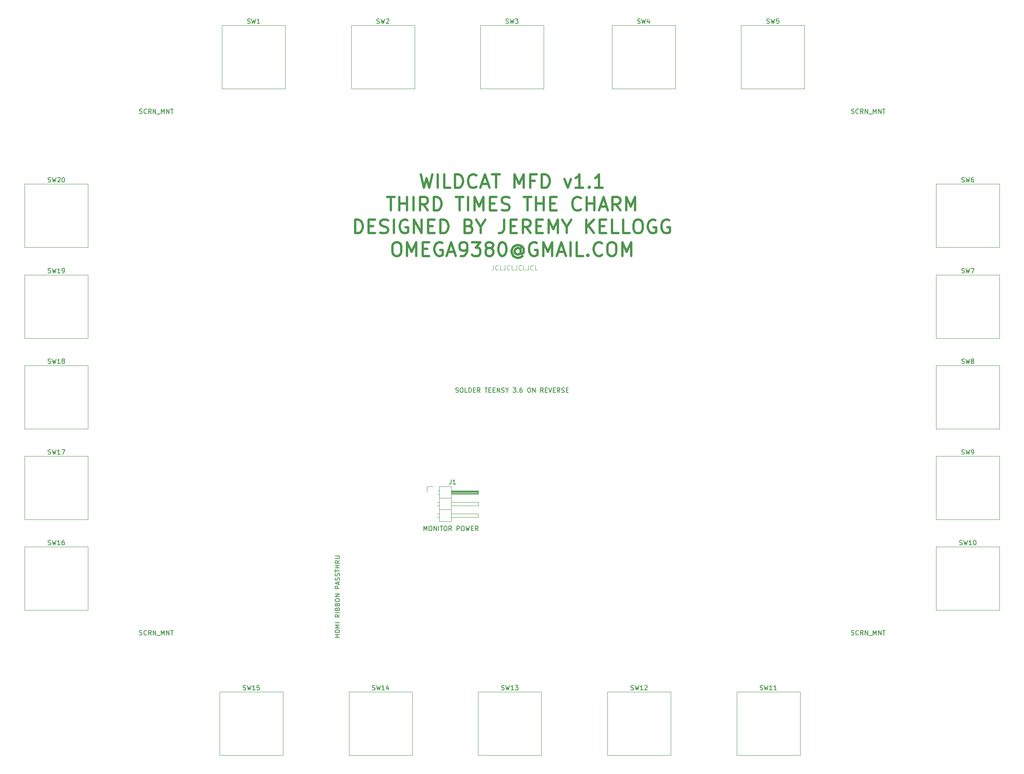
<source format=gbr>
%TF.GenerationSoftware,KiCad,Pcbnew,5.1.5+dfsg1-2build2*%
%TF.CreationDate,2021-04-29T06:58:31-04:00*%
%TF.ProjectId,wildcatmfd_kicad,77696c64-6361-4746-9d66-645f6b696361,rev?*%
%TF.SameCoordinates,Original*%
%TF.FileFunction,Legend,Top*%
%TF.FilePolarity,Positive*%
%FSLAX46Y46*%
G04 Gerber Fmt 4.6, Leading zero omitted, Abs format (unit mm)*
G04 Created by KiCad (PCBNEW 5.1.5+dfsg1-2build2) date 2021-04-29 06:58:31*
%MOMM*%
%LPD*%
G04 APERTURE LIST*
%ADD10C,0.100000*%
%ADD11C,0.500000*%
%ADD12C,0.150000*%
%ADD13C,0.120000*%
G04 APERTURE END LIST*
D10*
X108380952Y-57952380D02*
X108380952Y-58666666D01*
X108333333Y-58809523D01*
X108238095Y-58904761D01*
X108095238Y-58952380D01*
X108000000Y-58952380D01*
X109428571Y-58857142D02*
X109380952Y-58904761D01*
X109238095Y-58952380D01*
X109142857Y-58952380D01*
X109000000Y-58904761D01*
X108904761Y-58809523D01*
X108857142Y-58714285D01*
X108809523Y-58523809D01*
X108809523Y-58380952D01*
X108857142Y-58190476D01*
X108904761Y-58095238D01*
X109000000Y-58000000D01*
X109142857Y-57952380D01*
X109238095Y-57952380D01*
X109380952Y-58000000D01*
X109428571Y-58047619D01*
X110333333Y-58952380D02*
X109857142Y-58952380D01*
X109857142Y-57952380D01*
X110952380Y-57952380D02*
X110952380Y-58666666D01*
X110904761Y-58809523D01*
X110809523Y-58904761D01*
X110666666Y-58952380D01*
X110571428Y-58952380D01*
X112000000Y-58857142D02*
X111952380Y-58904761D01*
X111809523Y-58952380D01*
X111714285Y-58952380D01*
X111571428Y-58904761D01*
X111476190Y-58809523D01*
X111428571Y-58714285D01*
X111380952Y-58523809D01*
X111380952Y-58380952D01*
X111428571Y-58190476D01*
X111476190Y-58095238D01*
X111571428Y-58000000D01*
X111714285Y-57952380D01*
X111809523Y-57952380D01*
X111952380Y-58000000D01*
X112000000Y-58047619D01*
X112904761Y-58952380D02*
X112428571Y-58952380D01*
X112428571Y-57952380D01*
X113523809Y-57952380D02*
X113523809Y-58666666D01*
X113476190Y-58809523D01*
X113380952Y-58904761D01*
X113238095Y-58952380D01*
X113142857Y-58952380D01*
X114571428Y-58857142D02*
X114523809Y-58904761D01*
X114380952Y-58952380D01*
X114285714Y-58952380D01*
X114142857Y-58904761D01*
X114047619Y-58809523D01*
X114000000Y-58714285D01*
X113952380Y-58523809D01*
X113952380Y-58380952D01*
X114000000Y-58190476D01*
X114047619Y-58095238D01*
X114142857Y-58000000D01*
X114285714Y-57952380D01*
X114380952Y-57952380D01*
X114523809Y-58000000D01*
X114571428Y-58047619D01*
X115476190Y-58952380D02*
X115000000Y-58952380D01*
X115000000Y-57952380D01*
X116095238Y-57952380D02*
X116095238Y-58666666D01*
X116047619Y-58809523D01*
X115952380Y-58904761D01*
X115809523Y-58952380D01*
X115714285Y-58952380D01*
X117142857Y-58857142D02*
X117095238Y-58904761D01*
X116952380Y-58952380D01*
X116857142Y-58952380D01*
X116714285Y-58904761D01*
X116619047Y-58809523D01*
X116571428Y-58714285D01*
X116523809Y-58523809D01*
X116523809Y-58380952D01*
X116571428Y-58190476D01*
X116619047Y-58095238D01*
X116714285Y-58000000D01*
X116857142Y-57952380D01*
X116952380Y-57952380D01*
X117095238Y-58000000D01*
X117142857Y-58047619D01*
X118047619Y-58952380D02*
X117571428Y-58952380D01*
X117571428Y-57952380D01*
D11*
X92357142Y-37857142D02*
X93071428Y-40857142D01*
X93642857Y-38714285D01*
X94214285Y-40857142D01*
X94928571Y-37857142D01*
X96071428Y-40857142D02*
X96071428Y-37857142D01*
X98928571Y-40857142D02*
X97500000Y-40857142D01*
X97500000Y-37857142D01*
X99928571Y-40857142D02*
X99928571Y-37857142D01*
X100642857Y-37857142D01*
X101071428Y-38000000D01*
X101357142Y-38285714D01*
X101500000Y-38571428D01*
X101642857Y-39142857D01*
X101642857Y-39571428D01*
X101500000Y-40142857D01*
X101357142Y-40428571D01*
X101071428Y-40714285D01*
X100642857Y-40857142D01*
X99928571Y-40857142D01*
X104642857Y-40571428D02*
X104500000Y-40714285D01*
X104071428Y-40857142D01*
X103785714Y-40857142D01*
X103357142Y-40714285D01*
X103071428Y-40428571D01*
X102928571Y-40142857D01*
X102785714Y-39571428D01*
X102785714Y-39142857D01*
X102928571Y-38571428D01*
X103071428Y-38285714D01*
X103357142Y-38000000D01*
X103785714Y-37857142D01*
X104071428Y-37857142D01*
X104500000Y-38000000D01*
X104642857Y-38142857D01*
X105785714Y-40000000D02*
X107214285Y-40000000D01*
X105500000Y-40857142D02*
X106500000Y-37857142D01*
X107500000Y-40857142D01*
X108071428Y-37857142D02*
X109785714Y-37857142D01*
X108928571Y-40857142D02*
X108928571Y-37857142D01*
X113071428Y-40857142D02*
X113071428Y-37857142D01*
X114071428Y-40000000D01*
X115071428Y-37857142D01*
X115071428Y-40857142D01*
X117500000Y-39285714D02*
X116500000Y-39285714D01*
X116500000Y-40857142D02*
X116500000Y-37857142D01*
X117928571Y-37857142D01*
X119071428Y-40857142D02*
X119071428Y-37857142D01*
X119785714Y-37857142D01*
X120214285Y-38000000D01*
X120500000Y-38285714D01*
X120642857Y-38571428D01*
X120785714Y-39142857D01*
X120785714Y-39571428D01*
X120642857Y-40142857D01*
X120500000Y-40428571D01*
X120214285Y-40714285D01*
X119785714Y-40857142D01*
X119071428Y-40857142D01*
X124071428Y-38857142D02*
X124785714Y-40857142D01*
X125500000Y-38857142D01*
X128214285Y-40857142D02*
X126500000Y-40857142D01*
X127357142Y-40857142D02*
X127357142Y-37857142D01*
X127071428Y-38285714D01*
X126785714Y-38571428D01*
X126500000Y-38714285D01*
X129500000Y-40571428D02*
X129642857Y-40714285D01*
X129500000Y-40857142D01*
X129357142Y-40714285D01*
X129500000Y-40571428D01*
X129500000Y-40857142D01*
X132500000Y-40857142D02*
X130785714Y-40857142D01*
X131642857Y-40857142D02*
X131642857Y-37857142D01*
X131357142Y-38285714D01*
X131071428Y-38571428D01*
X130785714Y-38714285D01*
X84928571Y-42857142D02*
X86642857Y-42857142D01*
X85785714Y-45857142D02*
X85785714Y-42857142D01*
X87642857Y-45857142D02*
X87642857Y-42857142D01*
X87642857Y-44285714D02*
X89357142Y-44285714D01*
X89357142Y-45857142D02*
X89357142Y-42857142D01*
X90785714Y-45857142D02*
X90785714Y-42857142D01*
X93928571Y-45857142D02*
X92928571Y-44428571D01*
X92214285Y-45857142D02*
X92214285Y-42857142D01*
X93357142Y-42857142D01*
X93642857Y-43000000D01*
X93785714Y-43142857D01*
X93928571Y-43428571D01*
X93928571Y-43857142D01*
X93785714Y-44142857D01*
X93642857Y-44285714D01*
X93357142Y-44428571D01*
X92214285Y-44428571D01*
X95214285Y-45857142D02*
X95214285Y-42857142D01*
X95928571Y-42857142D01*
X96357142Y-43000000D01*
X96642857Y-43285714D01*
X96785714Y-43571428D01*
X96928571Y-44142857D01*
X96928571Y-44571428D01*
X96785714Y-45142857D01*
X96642857Y-45428571D01*
X96357142Y-45714285D01*
X95928571Y-45857142D01*
X95214285Y-45857142D01*
X100071428Y-42857142D02*
X101785714Y-42857142D01*
X100928571Y-45857142D02*
X100928571Y-42857142D01*
X102785714Y-45857142D02*
X102785714Y-42857142D01*
X104214285Y-45857142D02*
X104214285Y-42857142D01*
X105214285Y-45000000D01*
X106214285Y-42857142D01*
X106214285Y-45857142D01*
X107642857Y-44285714D02*
X108642857Y-44285714D01*
X109071428Y-45857142D02*
X107642857Y-45857142D01*
X107642857Y-42857142D01*
X109071428Y-42857142D01*
X110214285Y-45714285D02*
X110642857Y-45857142D01*
X111357142Y-45857142D01*
X111642857Y-45714285D01*
X111785714Y-45571428D01*
X111928571Y-45285714D01*
X111928571Y-45000000D01*
X111785714Y-44714285D01*
X111642857Y-44571428D01*
X111357142Y-44428571D01*
X110785714Y-44285714D01*
X110499999Y-44142857D01*
X110357142Y-44000000D01*
X110214285Y-43714285D01*
X110214285Y-43428571D01*
X110357142Y-43142857D01*
X110499999Y-43000000D01*
X110785714Y-42857142D01*
X111499999Y-42857142D01*
X111928571Y-43000000D01*
X115071428Y-42857142D02*
X116785714Y-42857142D01*
X115928571Y-45857142D02*
X115928571Y-42857142D01*
X117785714Y-45857142D02*
X117785714Y-42857142D01*
X117785714Y-44285714D02*
X119499999Y-44285714D01*
X119499999Y-45857142D02*
X119499999Y-42857142D01*
X120928571Y-44285714D02*
X121928571Y-44285714D01*
X122357142Y-45857142D02*
X120928571Y-45857142D01*
X120928571Y-42857142D01*
X122357142Y-42857142D01*
X127642857Y-45571428D02*
X127499999Y-45714285D01*
X127071428Y-45857142D01*
X126785714Y-45857142D01*
X126357142Y-45714285D01*
X126071428Y-45428571D01*
X125928571Y-45142857D01*
X125785714Y-44571428D01*
X125785714Y-44142857D01*
X125928571Y-43571428D01*
X126071428Y-43285714D01*
X126357142Y-43000000D01*
X126785714Y-42857142D01*
X127071428Y-42857142D01*
X127499999Y-43000000D01*
X127642857Y-43142857D01*
X128928571Y-45857142D02*
X128928571Y-42857142D01*
X128928571Y-44285714D02*
X130642857Y-44285714D01*
X130642857Y-45857142D02*
X130642857Y-42857142D01*
X131928571Y-45000000D02*
X133357142Y-45000000D01*
X131642857Y-45857142D02*
X132642857Y-42857142D01*
X133642857Y-45857142D01*
X136357142Y-45857142D02*
X135357142Y-44428571D01*
X134642857Y-45857142D02*
X134642857Y-42857142D01*
X135785714Y-42857142D01*
X136071428Y-43000000D01*
X136214285Y-43142857D01*
X136357142Y-43428571D01*
X136357142Y-43857142D01*
X136214285Y-44142857D01*
X136071428Y-44285714D01*
X135785714Y-44428571D01*
X134642857Y-44428571D01*
X137642857Y-45857142D02*
X137642857Y-42857142D01*
X138642857Y-45000000D01*
X139642857Y-42857142D01*
X139642857Y-45857142D01*
X77857142Y-50857142D02*
X77857142Y-47857142D01*
X78571428Y-47857142D01*
X78999999Y-48000000D01*
X79285714Y-48285714D01*
X79428571Y-48571428D01*
X79571428Y-49142857D01*
X79571428Y-49571428D01*
X79428571Y-50142857D01*
X79285714Y-50428571D01*
X78999999Y-50714285D01*
X78571428Y-50857142D01*
X77857142Y-50857142D01*
X80857142Y-49285714D02*
X81857142Y-49285714D01*
X82285714Y-50857142D02*
X80857142Y-50857142D01*
X80857142Y-47857142D01*
X82285714Y-47857142D01*
X83428571Y-50714285D02*
X83857142Y-50857142D01*
X84571428Y-50857142D01*
X84857142Y-50714285D01*
X84999999Y-50571428D01*
X85142857Y-50285714D01*
X85142857Y-50000000D01*
X84999999Y-49714285D01*
X84857142Y-49571428D01*
X84571428Y-49428571D01*
X83999999Y-49285714D01*
X83714285Y-49142857D01*
X83571428Y-49000000D01*
X83428571Y-48714285D01*
X83428571Y-48428571D01*
X83571428Y-48142857D01*
X83714285Y-48000000D01*
X83999999Y-47857142D01*
X84714285Y-47857142D01*
X85142857Y-48000000D01*
X86428571Y-50857142D02*
X86428571Y-47857142D01*
X89428571Y-48000000D02*
X89142857Y-47857142D01*
X88714285Y-47857142D01*
X88285714Y-48000000D01*
X87999999Y-48285714D01*
X87857142Y-48571428D01*
X87714285Y-49142857D01*
X87714285Y-49571428D01*
X87857142Y-50142857D01*
X87999999Y-50428571D01*
X88285714Y-50714285D01*
X88714285Y-50857142D01*
X89000000Y-50857142D01*
X89428571Y-50714285D01*
X89571428Y-50571428D01*
X89571428Y-49571428D01*
X89000000Y-49571428D01*
X90857142Y-50857142D02*
X90857142Y-47857142D01*
X92571428Y-50857142D01*
X92571428Y-47857142D01*
X93999999Y-49285714D02*
X94999999Y-49285714D01*
X95428571Y-50857142D02*
X93999999Y-50857142D01*
X93999999Y-47857142D01*
X95428571Y-47857142D01*
X96714285Y-50857142D02*
X96714285Y-47857142D01*
X97428571Y-47857142D01*
X97857142Y-48000000D01*
X98142857Y-48285714D01*
X98285714Y-48571428D01*
X98428571Y-49142857D01*
X98428571Y-49571428D01*
X98285714Y-50142857D01*
X98142857Y-50428571D01*
X97857142Y-50714285D01*
X97428571Y-50857142D01*
X96714285Y-50857142D01*
X102999999Y-49285714D02*
X103428571Y-49428571D01*
X103571428Y-49571428D01*
X103714285Y-49857142D01*
X103714285Y-50285714D01*
X103571428Y-50571428D01*
X103428571Y-50714285D01*
X103142857Y-50857142D01*
X101999999Y-50857142D01*
X101999999Y-47857142D01*
X102999999Y-47857142D01*
X103285714Y-48000000D01*
X103428571Y-48142857D01*
X103571428Y-48428571D01*
X103571428Y-48714285D01*
X103428571Y-49000000D01*
X103285714Y-49142857D01*
X102999999Y-49285714D01*
X101999999Y-49285714D01*
X105571428Y-49428571D02*
X105571428Y-50857142D01*
X104571428Y-47857142D02*
X105571428Y-49428571D01*
X106571428Y-47857142D01*
X110714285Y-47857142D02*
X110714285Y-50000000D01*
X110571428Y-50428571D01*
X110285714Y-50714285D01*
X109857142Y-50857142D01*
X109571428Y-50857142D01*
X112142857Y-49285714D02*
X113142857Y-49285714D01*
X113571428Y-50857142D02*
X112142857Y-50857142D01*
X112142857Y-47857142D01*
X113571428Y-47857142D01*
X116571428Y-50857142D02*
X115571428Y-49428571D01*
X114857142Y-50857142D02*
X114857142Y-47857142D01*
X116000000Y-47857142D01*
X116285714Y-48000000D01*
X116428571Y-48142857D01*
X116571428Y-48428571D01*
X116571428Y-48857142D01*
X116428571Y-49142857D01*
X116285714Y-49285714D01*
X116000000Y-49428571D01*
X114857142Y-49428571D01*
X117857142Y-49285714D02*
X118857142Y-49285714D01*
X119285714Y-50857142D02*
X117857142Y-50857142D01*
X117857142Y-47857142D01*
X119285714Y-47857142D01*
X120571428Y-50857142D02*
X120571428Y-47857142D01*
X121571428Y-50000000D01*
X122571428Y-47857142D01*
X122571428Y-50857142D01*
X124571428Y-49428571D02*
X124571428Y-50857142D01*
X123571428Y-47857142D02*
X124571428Y-49428571D01*
X125571428Y-47857142D01*
X128857142Y-50857142D02*
X128857142Y-47857142D01*
X130571428Y-50857142D02*
X129285714Y-49142857D01*
X130571428Y-47857142D02*
X128857142Y-49571428D01*
X131857142Y-49285714D02*
X132857142Y-49285714D01*
X133285714Y-50857142D02*
X131857142Y-50857142D01*
X131857142Y-47857142D01*
X133285714Y-47857142D01*
X136000000Y-50857142D02*
X134571428Y-50857142D01*
X134571428Y-47857142D01*
X138428571Y-50857142D02*
X137000000Y-50857142D01*
X137000000Y-47857142D01*
X140000000Y-47857142D02*
X140571428Y-47857142D01*
X140857142Y-48000000D01*
X141142857Y-48285714D01*
X141285714Y-48857142D01*
X141285714Y-49857142D01*
X141142857Y-50428571D01*
X140857142Y-50714285D01*
X140571428Y-50857142D01*
X140000000Y-50857142D01*
X139714285Y-50714285D01*
X139428571Y-50428571D01*
X139285714Y-49857142D01*
X139285714Y-48857142D01*
X139428571Y-48285714D01*
X139714285Y-48000000D01*
X140000000Y-47857142D01*
X144142857Y-48000000D02*
X143857142Y-47857142D01*
X143428571Y-47857142D01*
X143000000Y-48000000D01*
X142714285Y-48285714D01*
X142571428Y-48571428D01*
X142428571Y-49142857D01*
X142428571Y-49571428D01*
X142571428Y-50142857D01*
X142714285Y-50428571D01*
X143000000Y-50714285D01*
X143428571Y-50857142D01*
X143714285Y-50857142D01*
X144142857Y-50714285D01*
X144285714Y-50571428D01*
X144285714Y-49571428D01*
X143714285Y-49571428D01*
X147142857Y-48000000D02*
X146857142Y-47857142D01*
X146428571Y-47857142D01*
X146000000Y-48000000D01*
X145714285Y-48285714D01*
X145571428Y-48571428D01*
X145428571Y-49142857D01*
X145428571Y-49571428D01*
X145571428Y-50142857D01*
X145714285Y-50428571D01*
X146000000Y-50714285D01*
X146428571Y-50857142D01*
X146714285Y-50857142D01*
X147142857Y-50714285D01*
X147285714Y-50571428D01*
X147285714Y-49571428D01*
X146714285Y-49571428D01*
X86785714Y-52857142D02*
X87357142Y-52857142D01*
X87642857Y-53000000D01*
X87928571Y-53285714D01*
X88071428Y-53857142D01*
X88071428Y-54857142D01*
X87928571Y-55428571D01*
X87642857Y-55714285D01*
X87357142Y-55857142D01*
X86785714Y-55857142D01*
X86500000Y-55714285D01*
X86214285Y-55428571D01*
X86071428Y-54857142D01*
X86071428Y-53857142D01*
X86214285Y-53285714D01*
X86500000Y-53000000D01*
X86785714Y-52857142D01*
X89357142Y-55857142D02*
X89357142Y-52857142D01*
X90357142Y-55000000D01*
X91357142Y-52857142D01*
X91357142Y-55857142D01*
X92785714Y-54285714D02*
X93785714Y-54285714D01*
X94214285Y-55857142D02*
X92785714Y-55857142D01*
X92785714Y-52857142D01*
X94214285Y-52857142D01*
X97071428Y-53000000D02*
X96785714Y-52857142D01*
X96357142Y-52857142D01*
X95928571Y-53000000D01*
X95642857Y-53285714D01*
X95500000Y-53571428D01*
X95357142Y-54142857D01*
X95357142Y-54571428D01*
X95500000Y-55142857D01*
X95642857Y-55428571D01*
X95928571Y-55714285D01*
X96357142Y-55857142D01*
X96642857Y-55857142D01*
X97071428Y-55714285D01*
X97214285Y-55571428D01*
X97214285Y-54571428D01*
X96642857Y-54571428D01*
X98357142Y-55000000D02*
X99785714Y-55000000D01*
X98071428Y-55857142D02*
X99071428Y-52857142D01*
X100071428Y-55857142D01*
X101214285Y-55857142D02*
X101785714Y-55857142D01*
X102071428Y-55714285D01*
X102214285Y-55571428D01*
X102500000Y-55142857D01*
X102642857Y-54571428D01*
X102642857Y-53428571D01*
X102500000Y-53142857D01*
X102357142Y-53000000D01*
X102071428Y-52857142D01*
X101500000Y-52857142D01*
X101214285Y-53000000D01*
X101071428Y-53142857D01*
X100928571Y-53428571D01*
X100928571Y-54142857D01*
X101071428Y-54428571D01*
X101214285Y-54571428D01*
X101500000Y-54714285D01*
X102071428Y-54714285D01*
X102357142Y-54571428D01*
X102500000Y-54428571D01*
X102642857Y-54142857D01*
X103642857Y-52857142D02*
X105500000Y-52857142D01*
X104500000Y-54000000D01*
X104928571Y-54000000D01*
X105214285Y-54142857D01*
X105357142Y-54285714D01*
X105500000Y-54571428D01*
X105500000Y-55285714D01*
X105357142Y-55571428D01*
X105214285Y-55714285D01*
X104928571Y-55857142D01*
X104071428Y-55857142D01*
X103785714Y-55714285D01*
X103642857Y-55571428D01*
X107214285Y-54142857D02*
X106928571Y-54000000D01*
X106785714Y-53857142D01*
X106642857Y-53571428D01*
X106642857Y-53428571D01*
X106785714Y-53142857D01*
X106928571Y-53000000D01*
X107214285Y-52857142D01*
X107785714Y-52857142D01*
X108071428Y-53000000D01*
X108214285Y-53142857D01*
X108357142Y-53428571D01*
X108357142Y-53571428D01*
X108214285Y-53857142D01*
X108071428Y-54000000D01*
X107785714Y-54142857D01*
X107214285Y-54142857D01*
X106928571Y-54285714D01*
X106785714Y-54428571D01*
X106642857Y-54714285D01*
X106642857Y-55285714D01*
X106785714Y-55571428D01*
X106928571Y-55714285D01*
X107214285Y-55857142D01*
X107785714Y-55857142D01*
X108071428Y-55714285D01*
X108214285Y-55571428D01*
X108357142Y-55285714D01*
X108357142Y-54714285D01*
X108214285Y-54428571D01*
X108071428Y-54285714D01*
X107785714Y-54142857D01*
X110214285Y-52857142D02*
X110500000Y-52857142D01*
X110785714Y-53000000D01*
X110928571Y-53142857D01*
X111071428Y-53428571D01*
X111214285Y-54000000D01*
X111214285Y-54714285D01*
X111071428Y-55285714D01*
X110928571Y-55571428D01*
X110785714Y-55714285D01*
X110500000Y-55857142D01*
X110214285Y-55857142D01*
X109928571Y-55714285D01*
X109785714Y-55571428D01*
X109642857Y-55285714D01*
X109500000Y-54714285D01*
X109500000Y-54000000D01*
X109642857Y-53428571D01*
X109785714Y-53142857D01*
X109928571Y-53000000D01*
X110214285Y-52857142D01*
X114357142Y-54428571D02*
X114214285Y-54285714D01*
X113928571Y-54142857D01*
X113642857Y-54142857D01*
X113357142Y-54285714D01*
X113214285Y-54428571D01*
X113071428Y-54714285D01*
X113071428Y-55000000D01*
X113214285Y-55285714D01*
X113357142Y-55428571D01*
X113642857Y-55571428D01*
X113928571Y-55571428D01*
X114214285Y-55428571D01*
X114357142Y-55285714D01*
X114357142Y-54142857D02*
X114357142Y-55285714D01*
X114500000Y-55428571D01*
X114642857Y-55428571D01*
X114928571Y-55285714D01*
X115071428Y-55000000D01*
X115071428Y-54285714D01*
X114785714Y-53857142D01*
X114357142Y-53571428D01*
X113785714Y-53428571D01*
X113214285Y-53571428D01*
X112785714Y-53857142D01*
X112500000Y-54285714D01*
X112357142Y-54857142D01*
X112500000Y-55428571D01*
X112785714Y-55857142D01*
X113214285Y-56142857D01*
X113785714Y-56285714D01*
X114357142Y-56142857D01*
X114785714Y-55857142D01*
X117928571Y-53000000D02*
X117642857Y-52857142D01*
X117214285Y-52857142D01*
X116785714Y-53000000D01*
X116500000Y-53285714D01*
X116357142Y-53571428D01*
X116214285Y-54142857D01*
X116214285Y-54571428D01*
X116357142Y-55142857D01*
X116500000Y-55428571D01*
X116785714Y-55714285D01*
X117214285Y-55857142D01*
X117500000Y-55857142D01*
X117928571Y-55714285D01*
X118071428Y-55571428D01*
X118071428Y-54571428D01*
X117500000Y-54571428D01*
X119357142Y-55857142D02*
X119357142Y-52857142D01*
X120357142Y-55000000D01*
X121357142Y-52857142D01*
X121357142Y-55857142D01*
X122642857Y-55000000D02*
X124071428Y-55000000D01*
X122357142Y-55857142D02*
X123357142Y-52857142D01*
X124357142Y-55857142D01*
X125357142Y-55857142D02*
X125357142Y-52857142D01*
X128214285Y-55857142D02*
X126785714Y-55857142D01*
X126785714Y-52857142D01*
X129214285Y-55571428D02*
X129357142Y-55714285D01*
X129214285Y-55857142D01*
X129071428Y-55714285D01*
X129214285Y-55571428D01*
X129214285Y-55857142D01*
X132357142Y-55571428D02*
X132214285Y-55714285D01*
X131785714Y-55857142D01*
X131500000Y-55857142D01*
X131071428Y-55714285D01*
X130785714Y-55428571D01*
X130642857Y-55142857D01*
X130500000Y-54571428D01*
X130500000Y-54142857D01*
X130642857Y-53571428D01*
X130785714Y-53285714D01*
X131071428Y-53000000D01*
X131500000Y-52857142D01*
X131785714Y-52857142D01*
X132214285Y-53000000D01*
X132357142Y-53142857D01*
X134214285Y-52857142D02*
X134785714Y-52857142D01*
X135071428Y-53000000D01*
X135357142Y-53285714D01*
X135500000Y-53857142D01*
X135500000Y-54857142D01*
X135357142Y-55428571D01*
X135071428Y-55714285D01*
X134785714Y-55857142D01*
X134214285Y-55857142D01*
X133928571Y-55714285D01*
X133642857Y-55428571D01*
X133500000Y-54857142D01*
X133500000Y-53857142D01*
X133642857Y-53285714D01*
X133928571Y-53000000D01*
X134214285Y-52857142D01*
X136785714Y-55857142D02*
X136785714Y-52857142D01*
X137785714Y-55000000D01*
X138785714Y-52857142D01*
X138785714Y-55857142D01*
D12*
X93047619Y-116452380D02*
X93047619Y-115452380D01*
X93380952Y-116166666D01*
X93714285Y-115452380D01*
X93714285Y-116452380D01*
X94380952Y-115452380D02*
X94571428Y-115452380D01*
X94666666Y-115500000D01*
X94761904Y-115595238D01*
X94809523Y-115785714D01*
X94809523Y-116119047D01*
X94761904Y-116309523D01*
X94666666Y-116404761D01*
X94571428Y-116452380D01*
X94380952Y-116452380D01*
X94285714Y-116404761D01*
X94190476Y-116309523D01*
X94142857Y-116119047D01*
X94142857Y-115785714D01*
X94190476Y-115595238D01*
X94285714Y-115500000D01*
X94380952Y-115452380D01*
X95238095Y-116452380D02*
X95238095Y-115452380D01*
X95809523Y-116452380D01*
X95809523Y-115452380D01*
X96285714Y-116452380D02*
X96285714Y-115452380D01*
X96619047Y-115452380D02*
X97190476Y-115452380D01*
X96904761Y-116452380D02*
X96904761Y-115452380D01*
X97714285Y-115452380D02*
X97904761Y-115452380D01*
X98000000Y-115500000D01*
X98095238Y-115595238D01*
X98142857Y-115785714D01*
X98142857Y-116119047D01*
X98095238Y-116309523D01*
X98000000Y-116404761D01*
X97904761Y-116452380D01*
X97714285Y-116452380D01*
X97619047Y-116404761D01*
X97523809Y-116309523D01*
X97476190Y-116119047D01*
X97476190Y-115785714D01*
X97523809Y-115595238D01*
X97619047Y-115500000D01*
X97714285Y-115452380D01*
X99142857Y-116452380D02*
X98809523Y-115976190D01*
X98571428Y-116452380D02*
X98571428Y-115452380D01*
X98952380Y-115452380D01*
X99047619Y-115500000D01*
X99095238Y-115547619D01*
X99142857Y-115642857D01*
X99142857Y-115785714D01*
X99095238Y-115880952D01*
X99047619Y-115928571D01*
X98952380Y-115976190D01*
X98571428Y-115976190D01*
X100333333Y-116452380D02*
X100333333Y-115452380D01*
X100714285Y-115452380D01*
X100809523Y-115500000D01*
X100857142Y-115547619D01*
X100904761Y-115642857D01*
X100904761Y-115785714D01*
X100857142Y-115880952D01*
X100809523Y-115928571D01*
X100714285Y-115976190D01*
X100333333Y-115976190D01*
X101523809Y-115452380D02*
X101714285Y-115452380D01*
X101809523Y-115500000D01*
X101904761Y-115595238D01*
X101952380Y-115785714D01*
X101952380Y-116119047D01*
X101904761Y-116309523D01*
X101809523Y-116404761D01*
X101714285Y-116452380D01*
X101523809Y-116452380D01*
X101428571Y-116404761D01*
X101333333Y-116309523D01*
X101285714Y-116119047D01*
X101285714Y-115785714D01*
X101333333Y-115595238D01*
X101428571Y-115500000D01*
X101523809Y-115452380D01*
X102285714Y-115452380D02*
X102523809Y-116452380D01*
X102714285Y-115738095D01*
X102904761Y-116452380D01*
X103142857Y-115452380D01*
X103523809Y-115928571D02*
X103857142Y-115928571D01*
X104000000Y-116452380D02*
X103523809Y-116452380D01*
X103523809Y-115452380D01*
X104000000Y-115452380D01*
X105000000Y-116452380D02*
X104666666Y-115976190D01*
X104428571Y-116452380D02*
X104428571Y-115452380D01*
X104809523Y-115452380D01*
X104904761Y-115500000D01*
X104952380Y-115547619D01*
X105000000Y-115642857D01*
X105000000Y-115785714D01*
X104952380Y-115880952D01*
X104904761Y-115928571D01*
X104809523Y-115976190D01*
X104428571Y-115976190D01*
X74452380Y-139952380D02*
X73452380Y-139952380D01*
X73928571Y-139952380D02*
X73928571Y-139380952D01*
X74452380Y-139380952D02*
X73452380Y-139380952D01*
X74452380Y-138904761D02*
X73452380Y-138904761D01*
X73452380Y-138666666D01*
X73500000Y-138523809D01*
X73595238Y-138428571D01*
X73690476Y-138380952D01*
X73880952Y-138333333D01*
X74023809Y-138333333D01*
X74214285Y-138380952D01*
X74309523Y-138428571D01*
X74404761Y-138523809D01*
X74452380Y-138666666D01*
X74452380Y-138904761D01*
X74452380Y-137904761D02*
X73452380Y-137904761D01*
X74166666Y-137571428D01*
X73452380Y-137238095D01*
X74452380Y-137238095D01*
X74452380Y-136761904D02*
X73452380Y-136761904D01*
X74452380Y-134952380D02*
X73976190Y-135285714D01*
X74452380Y-135523809D02*
X73452380Y-135523809D01*
X73452380Y-135142857D01*
X73500000Y-135047619D01*
X73547619Y-135000000D01*
X73642857Y-134952380D01*
X73785714Y-134952380D01*
X73880952Y-135000000D01*
X73928571Y-135047619D01*
X73976190Y-135142857D01*
X73976190Y-135523809D01*
X74452380Y-134523809D02*
X73452380Y-134523809D01*
X73928571Y-133714285D02*
X73976190Y-133571428D01*
X74023809Y-133523809D01*
X74119047Y-133476190D01*
X74261904Y-133476190D01*
X74357142Y-133523809D01*
X74404761Y-133571428D01*
X74452380Y-133666666D01*
X74452380Y-134047619D01*
X73452380Y-134047619D01*
X73452380Y-133714285D01*
X73500000Y-133619047D01*
X73547619Y-133571428D01*
X73642857Y-133523809D01*
X73738095Y-133523809D01*
X73833333Y-133571428D01*
X73880952Y-133619047D01*
X73928571Y-133714285D01*
X73928571Y-134047619D01*
X73928571Y-132714285D02*
X73976190Y-132571428D01*
X74023809Y-132523809D01*
X74119047Y-132476190D01*
X74261904Y-132476190D01*
X74357142Y-132523809D01*
X74404761Y-132571428D01*
X74452380Y-132666666D01*
X74452380Y-133047619D01*
X73452380Y-133047619D01*
X73452380Y-132714285D01*
X73500000Y-132619047D01*
X73547619Y-132571428D01*
X73642857Y-132523809D01*
X73738095Y-132523809D01*
X73833333Y-132571428D01*
X73880952Y-132619047D01*
X73928571Y-132714285D01*
X73928571Y-133047619D01*
X73452380Y-131857142D02*
X73452380Y-131666666D01*
X73500000Y-131571428D01*
X73595238Y-131476190D01*
X73785714Y-131428571D01*
X74119047Y-131428571D01*
X74309523Y-131476190D01*
X74404761Y-131571428D01*
X74452380Y-131666666D01*
X74452380Y-131857142D01*
X74404761Y-131952380D01*
X74309523Y-132047619D01*
X74119047Y-132095238D01*
X73785714Y-132095238D01*
X73595238Y-132047619D01*
X73500000Y-131952380D01*
X73452380Y-131857142D01*
X74452380Y-131000000D02*
X73452380Y-131000000D01*
X74452380Y-130428571D01*
X73452380Y-130428571D01*
X74452380Y-129190476D02*
X73452380Y-129190476D01*
X73452380Y-128809523D01*
X73500000Y-128714285D01*
X73547619Y-128666666D01*
X73642857Y-128619047D01*
X73785714Y-128619047D01*
X73880952Y-128666666D01*
X73928571Y-128714285D01*
X73976190Y-128809523D01*
X73976190Y-129190476D01*
X74166666Y-128238095D02*
X74166666Y-127761904D01*
X74452380Y-128333333D02*
X73452380Y-128000000D01*
X74452380Y-127666666D01*
X74404761Y-127380952D02*
X74452380Y-127238095D01*
X74452380Y-127000000D01*
X74404761Y-126904761D01*
X74357142Y-126857142D01*
X74261904Y-126809523D01*
X74166666Y-126809523D01*
X74071428Y-126857142D01*
X74023809Y-126904761D01*
X73976190Y-127000000D01*
X73928571Y-127190476D01*
X73880952Y-127285714D01*
X73833333Y-127333333D01*
X73738095Y-127380952D01*
X73642857Y-127380952D01*
X73547619Y-127333333D01*
X73500000Y-127285714D01*
X73452380Y-127190476D01*
X73452380Y-126952380D01*
X73500000Y-126809523D01*
X74404761Y-126428571D02*
X74452380Y-126285714D01*
X74452380Y-126047619D01*
X74404761Y-125952380D01*
X74357142Y-125904761D01*
X74261904Y-125857142D01*
X74166666Y-125857142D01*
X74071428Y-125904761D01*
X74023809Y-125952380D01*
X73976190Y-126047619D01*
X73928571Y-126238095D01*
X73880952Y-126333333D01*
X73833333Y-126380952D01*
X73738095Y-126428571D01*
X73642857Y-126428571D01*
X73547619Y-126380952D01*
X73500000Y-126333333D01*
X73452380Y-126238095D01*
X73452380Y-126000000D01*
X73500000Y-125857142D01*
X73452380Y-125571428D02*
X73452380Y-125000000D01*
X74452380Y-125285714D02*
X73452380Y-125285714D01*
X74452380Y-124666666D02*
X73452380Y-124666666D01*
X73928571Y-124666666D02*
X73928571Y-124095238D01*
X74452380Y-124095238D02*
X73452380Y-124095238D01*
X74452380Y-123047619D02*
X73976190Y-123380952D01*
X74452380Y-123619047D02*
X73452380Y-123619047D01*
X73452380Y-123238095D01*
X73500000Y-123142857D01*
X73547619Y-123095238D01*
X73642857Y-123047619D01*
X73785714Y-123047619D01*
X73880952Y-123095238D01*
X73928571Y-123142857D01*
X73976190Y-123238095D01*
X73976190Y-123619047D01*
X73452380Y-122619047D02*
X74261904Y-122619047D01*
X74357142Y-122571428D01*
X74404761Y-122523809D01*
X74452380Y-122428571D01*
X74452380Y-122238095D01*
X74404761Y-122142857D01*
X74357142Y-122095238D01*
X74261904Y-122047619D01*
X73452380Y-122047619D01*
X100095238Y-85904761D02*
X100238095Y-85952380D01*
X100476190Y-85952380D01*
X100571428Y-85904761D01*
X100619047Y-85857142D01*
X100666666Y-85761904D01*
X100666666Y-85666666D01*
X100619047Y-85571428D01*
X100571428Y-85523809D01*
X100476190Y-85476190D01*
X100285714Y-85428571D01*
X100190476Y-85380952D01*
X100142857Y-85333333D01*
X100095238Y-85238095D01*
X100095238Y-85142857D01*
X100142857Y-85047619D01*
X100190476Y-85000000D01*
X100285714Y-84952380D01*
X100523809Y-84952380D01*
X100666666Y-85000000D01*
X101285714Y-84952380D02*
X101476190Y-84952380D01*
X101571428Y-85000000D01*
X101666666Y-85095238D01*
X101714285Y-85285714D01*
X101714285Y-85619047D01*
X101666666Y-85809523D01*
X101571428Y-85904761D01*
X101476190Y-85952380D01*
X101285714Y-85952380D01*
X101190476Y-85904761D01*
X101095238Y-85809523D01*
X101047619Y-85619047D01*
X101047619Y-85285714D01*
X101095238Y-85095238D01*
X101190476Y-85000000D01*
X101285714Y-84952380D01*
X102619047Y-85952380D02*
X102142857Y-85952380D01*
X102142857Y-84952380D01*
X102952380Y-85952380D02*
X102952380Y-84952380D01*
X103190476Y-84952380D01*
X103333333Y-85000000D01*
X103428571Y-85095238D01*
X103476190Y-85190476D01*
X103523809Y-85380952D01*
X103523809Y-85523809D01*
X103476190Y-85714285D01*
X103428571Y-85809523D01*
X103333333Y-85904761D01*
X103190476Y-85952380D01*
X102952380Y-85952380D01*
X103952380Y-85428571D02*
X104285714Y-85428571D01*
X104428571Y-85952380D02*
X103952380Y-85952380D01*
X103952380Y-84952380D01*
X104428571Y-84952380D01*
X105428571Y-85952380D02*
X105095238Y-85476190D01*
X104857142Y-85952380D02*
X104857142Y-84952380D01*
X105238095Y-84952380D01*
X105333333Y-85000000D01*
X105380952Y-85047619D01*
X105428571Y-85142857D01*
X105428571Y-85285714D01*
X105380952Y-85380952D01*
X105333333Y-85428571D01*
X105238095Y-85476190D01*
X104857142Y-85476190D01*
X106476190Y-84952380D02*
X107047619Y-84952380D01*
X106761904Y-85952380D02*
X106761904Y-84952380D01*
X107380952Y-85428571D02*
X107714285Y-85428571D01*
X107857142Y-85952380D02*
X107380952Y-85952380D01*
X107380952Y-84952380D01*
X107857142Y-84952380D01*
X108285714Y-85428571D02*
X108619047Y-85428571D01*
X108761904Y-85952380D02*
X108285714Y-85952380D01*
X108285714Y-84952380D01*
X108761904Y-84952380D01*
X109190476Y-85952380D02*
X109190476Y-84952380D01*
X109761904Y-85952380D01*
X109761904Y-84952380D01*
X110190476Y-85904761D02*
X110333333Y-85952380D01*
X110571428Y-85952380D01*
X110666666Y-85904761D01*
X110714285Y-85857142D01*
X110761904Y-85761904D01*
X110761904Y-85666666D01*
X110714285Y-85571428D01*
X110666666Y-85523809D01*
X110571428Y-85476190D01*
X110380952Y-85428571D01*
X110285714Y-85380952D01*
X110238095Y-85333333D01*
X110190476Y-85238095D01*
X110190476Y-85142857D01*
X110238095Y-85047619D01*
X110285714Y-85000000D01*
X110380952Y-84952380D01*
X110619047Y-84952380D01*
X110761904Y-85000000D01*
X111380952Y-85476190D02*
X111380952Y-85952380D01*
X111047619Y-84952380D02*
X111380952Y-85476190D01*
X111714285Y-84952380D01*
X112714285Y-84952380D02*
X113333333Y-84952380D01*
X113000000Y-85333333D01*
X113142857Y-85333333D01*
X113238095Y-85380952D01*
X113285714Y-85428571D01*
X113333333Y-85523809D01*
X113333333Y-85761904D01*
X113285714Y-85857142D01*
X113238095Y-85904761D01*
X113142857Y-85952380D01*
X112857142Y-85952380D01*
X112761904Y-85904761D01*
X112714285Y-85857142D01*
X113761904Y-85857142D02*
X113809523Y-85904761D01*
X113761904Y-85952380D01*
X113714285Y-85904761D01*
X113761904Y-85857142D01*
X113761904Y-85952380D01*
X114666666Y-84952380D02*
X114476190Y-84952380D01*
X114380952Y-85000000D01*
X114333333Y-85047619D01*
X114238095Y-85190476D01*
X114190476Y-85380952D01*
X114190476Y-85761904D01*
X114238095Y-85857142D01*
X114285714Y-85904761D01*
X114380952Y-85952380D01*
X114571428Y-85952380D01*
X114666666Y-85904761D01*
X114714285Y-85857142D01*
X114761904Y-85761904D01*
X114761904Y-85523809D01*
X114714285Y-85428571D01*
X114666666Y-85380952D01*
X114571428Y-85333333D01*
X114380952Y-85333333D01*
X114285714Y-85380952D01*
X114238095Y-85428571D01*
X114190476Y-85523809D01*
X116142857Y-84952380D02*
X116333333Y-84952380D01*
X116428571Y-85000000D01*
X116523809Y-85095238D01*
X116571428Y-85285714D01*
X116571428Y-85619047D01*
X116523809Y-85809523D01*
X116428571Y-85904761D01*
X116333333Y-85952380D01*
X116142857Y-85952380D01*
X116047619Y-85904761D01*
X115952380Y-85809523D01*
X115904761Y-85619047D01*
X115904761Y-85285714D01*
X115952380Y-85095238D01*
X116047619Y-85000000D01*
X116142857Y-84952380D01*
X117000000Y-85952380D02*
X117000000Y-84952380D01*
X117571428Y-85952380D01*
X117571428Y-84952380D01*
X119380952Y-85952380D02*
X119047619Y-85476190D01*
X118809523Y-85952380D02*
X118809523Y-84952380D01*
X119190476Y-84952380D01*
X119285714Y-85000000D01*
X119333333Y-85047619D01*
X119380952Y-85142857D01*
X119380952Y-85285714D01*
X119333333Y-85380952D01*
X119285714Y-85428571D01*
X119190476Y-85476190D01*
X118809523Y-85476190D01*
X119809523Y-85428571D02*
X120142857Y-85428571D01*
X120285714Y-85952380D02*
X119809523Y-85952380D01*
X119809523Y-84952380D01*
X120285714Y-84952380D01*
X120571428Y-84952380D02*
X120904761Y-85952380D01*
X121238095Y-84952380D01*
X121571428Y-85428571D02*
X121904761Y-85428571D01*
X122047619Y-85952380D02*
X121571428Y-85952380D01*
X121571428Y-84952380D01*
X122047619Y-84952380D01*
X123047619Y-85952380D02*
X122714285Y-85476190D01*
X122476190Y-85952380D02*
X122476190Y-84952380D01*
X122857142Y-84952380D01*
X122952380Y-85000000D01*
X123000000Y-85047619D01*
X123047619Y-85142857D01*
X123047619Y-85285714D01*
X123000000Y-85380952D01*
X122952380Y-85428571D01*
X122857142Y-85476190D01*
X122476190Y-85476190D01*
X123428571Y-85904761D02*
X123571428Y-85952380D01*
X123809523Y-85952380D01*
X123904761Y-85904761D01*
X123952380Y-85857142D01*
X124000000Y-85761904D01*
X124000000Y-85666666D01*
X123952380Y-85571428D01*
X123904761Y-85523809D01*
X123809523Y-85476190D01*
X123619047Y-85428571D01*
X123523809Y-85380952D01*
X123476190Y-85333333D01*
X123428571Y-85238095D01*
X123428571Y-85142857D01*
X123476190Y-85047619D01*
X123523809Y-85000000D01*
X123619047Y-84952380D01*
X123857142Y-84952380D01*
X124000000Y-85000000D01*
X124428571Y-85428571D02*
X124761904Y-85428571D01*
X124904761Y-85952380D02*
X124428571Y-85952380D01*
X124428571Y-84952380D01*
X124904761Y-84952380D01*
D13*
%TO.C,SW20*%
X5015000Y-40015000D02*
X18985000Y-40015000D01*
X18985000Y-40015000D02*
X18985000Y-53985000D01*
X18985000Y-53985000D02*
X5015000Y-53985000D01*
X5015000Y-53985000D02*
X5015000Y-40015000D01*
%TO.C,SW19*%
X5015000Y-60015000D02*
X18985000Y-60015000D01*
X18985000Y-60015000D02*
X18985000Y-73985000D01*
X18985000Y-73985000D02*
X5015000Y-73985000D01*
X5015000Y-73985000D02*
X5015000Y-60015000D01*
%TO.C,SW18*%
X5015000Y-80015000D02*
X18985000Y-80015000D01*
X18985000Y-80015000D02*
X18985000Y-93985000D01*
X18985000Y-93985000D02*
X5015000Y-93985000D01*
X5015000Y-93985000D02*
X5015000Y-80015000D01*
%TO.C,SW17*%
X5015000Y-100015000D02*
X18985000Y-100015000D01*
X18985000Y-100015000D02*
X18985000Y-113985000D01*
X18985000Y-113985000D02*
X5015000Y-113985000D01*
X5015000Y-113985000D02*
X5015000Y-100015000D01*
%TO.C,SW16*%
X5015000Y-120015000D02*
X18985000Y-120015000D01*
X18985000Y-120015000D02*
X18985000Y-133985000D01*
X18985000Y-133985000D02*
X5015000Y-133985000D01*
X5015000Y-133985000D02*
X5015000Y-120015000D01*
%TO.C,SW15*%
X48015000Y-152015000D02*
X61985000Y-152015000D01*
X61985000Y-152015000D02*
X61985000Y-165985000D01*
X61985000Y-165985000D02*
X48015000Y-165985000D01*
X48015000Y-165985000D02*
X48015000Y-152015000D01*
%TO.C,SW14*%
X76515000Y-152015000D02*
X90485000Y-152015000D01*
X90485000Y-152015000D02*
X90485000Y-165985000D01*
X90485000Y-165985000D02*
X76515000Y-165985000D01*
X76515000Y-165985000D02*
X76515000Y-152015000D01*
%TO.C,SW13*%
X105015000Y-152015000D02*
X118985000Y-152015000D01*
X118985000Y-152015000D02*
X118985000Y-165985000D01*
X118985000Y-165985000D02*
X105015000Y-165985000D01*
X105015000Y-165985000D02*
X105015000Y-152015000D01*
%TO.C,SW12*%
X133515000Y-152015000D02*
X147485000Y-152015000D01*
X147485000Y-152015000D02*
X147485000Y-165985000D01*
X147485000Y-165985000D02*
X133515000Y-165985000D01*
X133515000Y-165985000D02*
X133515000Y-152015000D01*
%TO.C,SW11*%
X162015000Y-152015000D02*
X175985000Y-152015000D01*
X175985000Y-152015000D02*
X175985000Y-165985000D01*
X175985000Y-165985000D02*
X162015000Y-165985000D01*
X162015000Y-165985000D02*
X162015000Y-152015000D01*
%TO.C,SW10*%
X206015000Y-120015000D02*
X219985000Y-120015000D01*
X219985000Y-120015000D02*
X219985000Y-133985000D01*
X219985000Y-133985000D02*
X206015000Y-133985000D01*
X206015000Y-133985000D02*
X206015000Y-120015000D01*
%TO.C,SW9*%
X206015000Y-100015000D02*
X219985000Y-100015000D01*
X219985000Y-100015000D02*
X219985000Y-113985000D01*
X219985000Y-113985000D02*
X206015000Y-113985000D01*
X206015000Y-113985000D02*
X206015000Y-100015000D01*
%TO.C,SW8*%
X206015000Y-80015000D02*
X219985000Y-80015000D01*
X219985000Y-80015000D02*
X219985000Y-93985000D01*
X219985000Y-93985000D02*
X206015000Y-93985000D01*
X206015000Y-93985000D02*
X206015000Y-80015000D01*
%TO.C,SW7*%
X206015000Y-60015000D02*
X219985000Y-60015000D01*
X219985000Y-60015000D02*
X219985000Y-73985000D01*
X219985000Y-73985000D02*
X206015000Y-73985000D01*
X206015000Y-73985000D02*
X206015000Y-60015000D01*
%TO.C,SW6*%
X206015000Y-40015000D02*
X219985000Y-40015000D01*
X219985000Y-40015000D02*
X219985000Y-53985000D01*
X219985000Y-53985000D02*
X206015000Y-53985000D01*
X206015000Y-53985000D02*
X206015000Y-40015000D01*
%TO.C,SW5*%
X163015000Y-5015000D02*
X176985000Y-5015000D01*
X176985000Y-5015000D02*
X176985000Y-18985000D01*
X176985000Y-18985000D02*
X163015000Y-18985000D01*
X163015000Y-18985000D02*
X163015000Y-5015000D01*
%TO.C,SW4*%
X134515000Y-5015000D02*
X148485000Y-5015000D01*
X148485000Y-5015000D02*
X148485000Y-18985000D01*
X148485000Y-18985000D02*
X134515000Y-18985000D01*
X134515000Y-18985000D02*
X134515000Y-5015000D01*
%TO.C,SW3*%
X105515000Y-5015000D02*
X119485000Y-5015000D01*
X119485000Y-5015000D02*
X119485000Y-18985000D01*
X119485000Y-18985000D02*
X105515000Y-18985000D01*
X105515000Y-18985000D02*
X105515000Y-5015000D01*
%TO.C,SW2*%
X77015000Y-5015000D02*
X90985000Y-5015000D01*
X90985000Y-5015000D02*
X90985000Y-18985000D01*
X90985000Y-18985000D02*
X77015000Y-18985000D01*
X77015000Y-18985000D02*
X77015000Y-5015000D01*
%TO.C,SW1*%
X48515000Y-5015000D02*
X62485000Y-5015000D01*
X62485000Y-5015000D02*
X62485000Y-18985000D01*
X62485000Y-18985000D02*
X48515000Y-18985000D01*
X48515000Y-18985000D02*
X48515000Y-5015000D01*
%TO.C,J1*%
X96440000Y-106670000D02*
X96440000Y-114410000D01*
X96440000Y-114410000D02*
X99100000Y-114410000D01*
X99100000Y-114410000D02*
X99100000Y-106670000D01*
X99100000Y-106670000D02*
X96440000Y-106670000D01*
X99100000Y-107620000D02*
X105100000Y-107620000D01*
X105100000Y-107620000D02*
X105100000Y-108380000D01*
X105100000Y-108380000D02*
X99100000Y-108380000D01*
X99100000Y-107680000D02*
X105100000Y-107680000D01*
X99100000Y-107800000D02*
X105100000Y-107800000D01*
X99100000Y-107920000D02*
X105100000Y-107920000D01*
X99100000Y-108040000D02*
X105100000Y-108040000D01*
X99100000Y-108160000D02*
X105100000Y-108160000D01*
X99100000Y-108280000D02*
X105100000Y-108280000D01*
X96110000Y-107620000D02*
X96440000Y-107620000D01*
X96110000Y-108380000D02*
X96440000Y-108380000D01*
X96440000Y-109270000D02*
X99100000Y-109270000D01*
X99100000Y-110160000D02*
X105100000Y-110160000D01*
X105100000Y-110160000D02*
X105100000Y-110920000D01*
X105100000Y-110920000D02*
X99100000Y-110920000D01*
X96042929Y-110160000D02*
X96440000Y-110160000D01*
X96042929Y-110920000D02*
X96440000Y-110920000D01*
X96440000Y-111810000D02*
X99100000Y-111810000D01*
X99100000Y-112700000D02*
X105100000Y-112700000D01*
X105100000Y-112700000D02*
X105100000Y-113460000D01*
X105100000Y-113460000D02*
X99100000Y-113460000D01*
X96042929Y-112700000D02*
X96440000Y-112700000D01*
X96042929Y-113460000D02*
X96440000Y-113460000D01*
X93730000Y-108000000D02*
X93730000Y-106730000D01*
X93730000Y-106730000D02*
X95000000Y-106730000D01*
%TO.C,*%
D12*
%TO.C,SCRN_MNT*%
X187333333Y-24404761D02*
X187476190Y-24452380D01*
X187714285Y-24452380D01*
X187809523Y-24404761D01*
X187857142Y-24357142D01*
X187904761Y-24261904D01*
X187904761Y-24166666D01*
X187857142Y-24071428D01*
X187809523Y-24023809D01*
X187714285Y-23976190D01*
X187523809Y-23928571D01*
X187428571Y-23880952D01*
X187380952Y-23833333D01*
X187333333Y-23738095D01*
X187333333Y-23642857D01*
X187380952Y-23547619D01*
X187428571Y-23500000D01*
X187523809Y-23452380D01*
X187761904Y-23452380D01*
X187904761Y-23500000D01*
X188904761Y-24357142D02*
X188857142Y-24404761D01*
X188714285Y-24452380D01*
X188619047Y-24452380D01*
X188476190Y-24404761D01*
X188380952Y-24309523D01*
X188333333Y-24214285D01*
X188285714Y-24023809D01*
X188285714Y-23880952D01*
X188333333Y-23690476D01*
X188380952Y-23595238D01*
X188476190Y-23500000D01*
X188619047Y-23452380D01*
X188714285Y-23452380D01*
X188857142Y-23500000D01*
X188904761Y-23547619D01*
X189904761Y-24452380D02*
X189571428Y-23976190D01*
X189333333Y-24452380D02*
X189333333Y-23452380D01*
X189714285Y-23452380D01*
X189809523Y-23500000D01*
X189857142Y-23547619D01*
X189904761Y-23642857D01*
X189904761Y-23785714D01*
X189857142Y-23880952D01*
X189809523Y-23928571D01*
X189714285Y-23976190D01*
X189333333Y-23976190D01*
X190333333Y-24452380D02*
X190333333Y-23452380D01*
X190904761Y-24452380D01*
X190904761Y-23452380D01*
X191142857Y-24547619D02*
X191904761Y-24547619D01*
X192142857Y-24452380D02*
X192142857Y-23452380D01*
X192476190Y-24166666D01*
X192809523Y-23452380D01*
X192809523Y-24452380D01*
X193285714Y-24452380D02*
X193285714Y-23452380D01*
X193857142Y-24452380D01*
X193857142Y-23452380D01*
X194190476Y-23452380D02*
X194761904Y-23452380D01*
X194476190Y-24452380D02*
X194476190Y-23452380D01*
X187333333Y-139404761D02*
X187476190Y-139452380D01*
X187714285Y-139452380D01*
X187809523Y-139404761D01*
X187857142Y-139357142D01*
X187904761Y-139261904D01*
X187904761Y-139166666D01*
X187857142Y-139071428D01*
X187809523Y-139023809D01*
X187714285Y-138976190D01*
X187523809Y-138928571D01*
X187428571Y-138880952D01*
X187380952Y-138833333D01*
X187333333Y-138738095D01*
X187333333Y-138642857D01*
X187380952Y-138547619D01*
X187428571Y-138500000D01*
X187523809Y-138452380D01*
X187761904Y-138452380D01*
X187904761Y-138500000D01*
X188904761Y-139357142D02*
X188857142Y-139404761D01*
X188714285Y-139452380D01*
X188619047Y-139452380D01*
X188476190Y-139404761D01*
X188380952Y-139309523D01*
X188333333Y-139214285D01*
X188285714Y-139023809D01*
X188285714Y-138880952D01*
X188333333Y-138690476D01*
X188380952Y-138595238D01*
X188476190Y-138500000D01*
X188619047Y-138452380D01*
X188714285Y-138452380D01*
X188857142Y-138500000D01*
X188904761Y-138547619D01*
X189904761Y-139452380D02*
X189571428Y-138976190D01*
X189333333Y-139452380D02*
X189333333Y-138452380D01*
X189714285Y-138452380D01*
X189809523Y-138500000D01*
X189857142Y-138547619D01*
X189904761Y-138642857D01*
X189904761Y-138785714D01*
X189857142Y-138880952D01*
X189809523Y-138928571D01*
X189714285Y-138976190D01*
X189333333Y-138976190D01*
X190333333Y-139452380D02*
X190333333Y-138452380D01*
X190904761Y-139452380D01*
X190904761Y-138452380D01*
X191142857Y-139547619D02*
X191904761Y-139547619D01*
X192142857Y-139452380D02*
X192142857Y-138452380D01*
X192476190Y-139166666D01*
X192809523Y-138452380D01*
X192809523Y-139452380D01*
X193285714Y-139452380D02*
X193285714Y-138452380D01*
X193857142Y-139452380D01*
X193857142Y-138452380D01*
X194190476Y-138452380D02*
X194761904Y-138452380D01*
X194476190Y-139452380D02*
X194476190Y-138452380D01*
X30333333Y-139404761D02*
X30476190Y-139452380D01*
X30714285Y-139452380D01*
X30809523Y-139404761D01*
X30857142Y-139357142D01*
X30904761Y-139261904D01*
X30904761Y-139166666D01*
X30857142Y-139071428D01*
X30809523Y-139023809D01*
X30714285Y-138976190D01*
X30523809Y-138928571D01*
X30428571Y-138880952D01*
X30380952Y-138833333D01*
X30333333Y-138738095D01*
X30333333Y-138642857D01*
X30380952Y-138547619D01*
X30428571Y-138500000D01*
X30523809Y-138452380D01*
X30761904Y-138452380D01*
X30904761Y-138500000D01*
X31904761Y-139357142D02*
X31857142Y-139404761D01*
X31714285Y-139452380D01*
X31619047Y-139452380D01*
X31476190Y-139404761D01*
X31380952Y-139309523D01*
X31333333Y-139214285D01*
X31285714Y-139023809D01*
X31285714Y-138880952D01*
X31333333Y-138690476D01*
X31380952Y-138595238D01*
X31476190Y-138500000D01*
X31619047Y-138452380D01*
X31714285Y-138452380D01*
X31857142Y-138500000D01*
X31904761Y-138547619D01*
X32904761Y-139452380D02*
X32571428Y-138976190D01*
X32333333Y-139452380D02*
X32333333Y-138452380D01*
X32714285Y-138452380D01*
X32809523Y-138500000D01*
X32857142Y-138547619D01*
X32904761Y-138642857D01*
X32904761Y-138785714D01*
X32857142Y-138880952D01*
X32809523Y-138928571D01*
X32714285Y-138976190D01*
X32333333Y-138976190D01*
X33333333Y-139452380D02*
X33333333Y-138452380D01*
X33904761Y-139452380D01*
X33904761Y-138452380D01*
X34142857Y-139547619D02*
X34904761Y-139547619D01*
X35142857Y-139452380D02*
X35142857Y-138452380D01*
X35476190Y-139166666D01*
X35809523Y-138452380D01*
X35809523Y-139452380D01*
X36285714Y-139452380D02*
X36285714Y-138452380D01*
X36857142Y-139452380D01*
X36857142Y-138452380D01*
X37190476Y-138452380D02*
X37761904Y-138452380D01*
X37476190Y-139452380D02*
X37476190Y-138452380D01*
X30333333Y-24404761D02*
X30476190Y-24452380D01*
X30714285Y-24452380D01*
X30809523Y-24404761D01*
X30857142Y-24357142D01*
X30904761Y-24261904D01*
X30904761Y-24166666D01*
X30857142Y-24071428D01*
X30809523Y-24023809D01*
X30714285Y-23976190D01*
X30523809Y-23928571D01*
X30428571Y-23880952D01*
X30380952Y-23833333D01*
X30333333Y-23738095D01*
X30333333Y-23642857D01*
X30380952Y-23547619D01*
X30428571Y-23500000D01*
X30523809Y-23452380D01*
X30761904Y-23452380D01*
X30904761Y-23500000D01*
X31904761Y-24357142D02*
X31857142Y-24404761D01*
X31714285Y-24452380D01*
X31619047Y-24452380D01*
X31476190Y-24404761D01*
X31380952Y-24309523D01*
X31333333Y-24214285D01*
X31285714Y-24023809D01*
X31285714Y-23880952D01*
X31333333Y-23690476D01*
X31380952Y-23595238D01*
X31476190Y-23500000D01*
X31619047Y-23452380D01*
X31714285Y-23452380D01*
X31857142Y-23500000D01*
X31904761Y-23547619D01*
X32904761Y-24452380D02*
X32571428Y-23976190D01*
X32333333Y-24452380D02*
X32333333Y-23452380D01*
X32714285Y-23452380D01*
X32809523Y-23500000D01*
X32857142Y-23547619D01*
X32904761Y-23642857D01*
X32904761Y-23785714D01*
X32857142Y-23880952D01*
X32809523Y-23928571D01*
X32714285Y-23976190D01*
X32333333Y-23976190D01*
X33333333Y-24452380D02*
X33333333Y-23452380D01*
X33904761Y-24452380D01*
X33904761Y-23452380D01*
X34142857Y-24547619D02*
X34904761Y-24547619D01*
X35142857Y-24452380D02*
X35142857Y-23452380D01*
X35476190Y-24166666D01*
X35809523Y-23452380D01*
X35809523Y-24452380D01*
X36285714Y-24452380D02*
X36285714Y-23452380D01*
X36857142Y-24452380D01*
X36857142Y-23452380D01*
X37190476Y-23452380D02*
X37761904Y-23452380D01*
X37476190Y-24452380D02*
X37476190Y-23452380D01*
%TO.C,SW20*%
X10190476Y-39530761D02*
X10333333Y-39578380D01*
X10571428Y-39578380D01*
X10666666Y-39530761D01*
X10714285Y-39483142D01*
X10761904Y-39387904D01*
X10761904Y-39292666D01*
X10714285Y-39197428D01*
X10666666Y-39149809D01*
X10571428Y-39102190D01*
X10380952Y-39054571D01*
X10285714Y-39006952D01*
X10238095Y-38959333D01*
X10190476Y-38864095D01*
X10190476Y-38768857D01*
X10238095Y-38673619D01*
X10285714Y-38626000D01*
X10380952Y-38578380D01*
X10619047Y-38578380D01*
X10761904Y-38626000D01*
X11095238Y-38578380D02*
X11333333Y-39578380D01*
X11523809Y-38864095D01*
X11714285Y-39578380D01*
X11952380Y-38578380D01*
X12285714Y-38673619D02*
X12333333Y-38626000D01*
X12428571Y-38578380D01*
X12666666Y-38578380D01*
X12761904Y-38626000D01*
X12809523Y-38673619D01*
X12857142Y-38768857D01*
X12857142Y-38864095D01*
X12809523Y-39006952D01*
X12238095Y-39578380D01*
X12857142Y-39578380D01*
X13476190Y-38578380D02*
X13571428Y-38578380D01*
X13666666Y-38626000D01*
X13714285Y-38673619D01*
X13761904Y-38768857D01*
X13809523Y-38959333D01*
X13809523Y-39197428D01*
X13761904Y-39387904D01*
X13714285Y-39483142D01*
X13666666Y-39530761D01*
X13571428Y-39578380D01*
X13476190Y-39578380D01*
X13380952Y-39530761D01*
X13333333Y-39483142D01*
X13285714Y-39387904D01*
X13238095Y-39197428D01*
X13238095Y-38959333D01*
X13285714Y-38768857D01*
X13333333Y-38673619D01*
X13380952Y-38626000D01*
X13476190Y-38578380D01*
%TO.C,SW19*%
X10190476Y-59530761D02*
X10333333Y-59578380D01*
X10571428Y-59578380D01*
X10666666Y-59530761D01*
X10714285Y-59483142D01*
X10761904Y-59387904D01*
X10761904Y-59292666D01*
X10714285Y-59197428D01*
X10666666Y-59149809D01*
X10571428Y-59102190D01*
X10380952Y-59054571D01*
X10285714Y-59006952D01*
X10238095Y-58959333D01*
X10190476Y-58864095D01*
X10190476Y-58768857D01*
X10238095Y-58673619D01*
X10285714Y-58626000D01*
X10380952Y-58578380D01*
X10619047Y-58578380D01*
X10761904Y-58626000D01*
X11095238Y-58578380D02*
X11333333Y-59578380D01*
X11523809Y-58864095D01*
X11714285Y-59578380D01*
X11952380Y-58578380D01*
X12857142Y-59578380D02*
X12285714Y-59578380D01*
X12571428Y-59578380D02*
X12571428Y-58578380D01*
X12476190Y-58721238D01*
X12380952Y-58816476D01*
X12285714Y-58864095D01*
X13333333Y-59578380D02*
X13523809Y-59578380D01*
X13619047Y-59530761D01*
X13666666Y-59483142D01*
X13761904Y-59340285D01*
X13809523Y-59149809D01*
X13809523Y-58768857D01*
X13761904Y-58673619D01*
X13714285Y-58626000D01*
X13619047Y-58578380D01*
X13428571Y-58578380D01*
X13333333Y-58626000D01*
X13285714Y-58673619D01*
X13238095Y-58768857D01*
X13238095Y-59006952D01*
X13285714Y-59102190D01*
X13333333Y-59149809D01*
X13428571Y-59197428D01*
X13619047Y-59197428D01*
X13714285Y-59149809D01*
X13761904Y-59102190D01*
X13809523Y-59006952D01*
%TO.C,SW18*%
X10190476Y-79530761D02*
X10333333Y-79578380D01*
X10571428Y-79578380D01*
X10666666Y-79530761D01*
X10714285Y-79483142D01*
X10761904Y-79387904D01*
X10761904Y-79292666D01*
X10714285Y-79197428D01*
X10666666Y-79149809D01*
X10571428Y-79102190D01*
X10380952Y-79054571D01*
X10285714Y-79006952D01*
X10238095Y-78959333D01*
X10190476Y-78864095D01*
X10190476Y-78768857D01*
X10238095Y-78673619D01*
X10285714Y-78626000D01*
X10380952Y-78578380D01*
X10619047Y-78578380D01*
X10761904Y-78626000D01*
X11095238Y-78578380D02*
X11333333Y-79578380D01*
X11523809Y-78864095D01*
X11714285Y-79578380D01*
X11952380Y-78578380D01*
X12857142Y-79578380D02*
X12285714Y-79578380D01*
X12571428Y-79578380D02*
X12571428Y-78578380D01*
X12476190Y-78721238D01*
X12380952Y-78816476D01*
X12285714Y-78864095D01*
X13428571Y-79006952D02*
X13333333Y-78959333D01*
X13285714Y-78911714D01*
X13238095Y-78816476D01*
X13238095Y-78768857D01*
X13285714Y-78673619D01*
X13333333Y-78626000D01*
X13428571Y-78578380D01*
X13619047Y-78578380D01*
X13714285Y-78626000D01*
X13761904Y-78673619D01*
X13809523Y-78768857D01*
X13809523Y-78816476D01*
X13761904Y-78911714D01*
X13714285Y-78959333D01*
X13619047Y-79006952D01*
X13428571Y-79006952D01*
X13333333Y-79054571D01*
X13285714Y-79102190D01*
X13238095Y-79197428D01*
X13238095Y-79387904D01*
X13285714Y-79483142D01*
X13333333Y-79530761D01*
X13428571Y-79578380D01*
X13619047Y-79578380D01*
X13714285Y-79530761D01*
X13761904Y-79483142D01*
X13809523Y-79387904D01*
X13809523Y-79197428D01*
X13761904Y-79102190D01*
X13714285Y-79054571D01*
X13619047Y-79006952D01*
%TO.C,SW17*%
X10190476Y-99530761D02*
X10333333Y-99578380D01*
X10571428Y-99578380D01*
X10666666Y-99530761D01*
X10714285Y-99483142D01*
X10761904Y-99387904D01*
X10761904Y-99292666D01*
X10714285Y-99197428D01*
X10666666Y-99149809D01*
X10571428Y-99102190D01*
X10380952Y-99054571D01*
X10285714Y-99006952D01*
X10238095Y-98959333D01*
X10190476Y-98864095D01*
X10190476Y-98768857D01*
X10238095Y-98673619D01*
X10285714Y-98626000D01*
X10380952Y-98578380D01*
X10619047Y-98578380D01*
X10761904Y-98626000D01*
X11095238Y-98578380D02*
X11333333Y-99578380D01*
X11523809Y-98864095D01*
X11714285Y-99578380D01*
X11952380Y-98578380D01*
X12857142Y-99578380D02*
X12285714Y-99578380D01*
X12571428Y-99578380D02*
X12571428Y-98578380D01*
X12476190Y-98721238D01*
X12380952Y-98816476D01*
X12285714Y-98864095D01*
X13190476Y-98578380D02*
X13857142Y-98578380D01*
X13428571Y-99578380D01*
%TO.C,SW16*%
X10190476Y-119530761D02*
X10333333Y-119578380D01*
X10571428Y-119578380D01*
X10666666Y-119530761D01*
X10714285Y-119483142D01*
X10761904Y-119387904D01*
X10761904Y-119292666D01*
X10714285Y-119197428D01*
X10666666Y-119149809D01*
X10571428Y-119102190D01*
X10380952Y-119054571D01*
X10285714Y-119006952D01*
X10238095Y-118959333D01*
X10190476Y-118864095D01*
X10190476Y-118768857D01*
X10238095Y-118673619D01*
X10285714Y-118626000D01*
X10380952Y-118578380D01*
X10619047Y-118578380D01*
X10761904Y-118626000D01*
X11095238Y-118578380D02*
X11333333Y-119578380D01*
X11523809Y-118864095D01*
X11714285Y-119578380D01*
X11952380Y-118578380D01*
X12857142Y-119578380D02*
X12285714Y-119578380D01*
X12571428Y-119578380D02*
X12571428Y-118578380D01*
X12476190Y-118721238D01*
X12380952Y-118816476D01*
X12285714Y-118864095D01*
X13714285Y-118578380D02*
X13523809Y-118578380D01*
X13428571Y-118626000D01*
X13380952Y-118673619D01*
X13285714Y-118816476D01*
X13238095Y-119006952D01*
X13238095Y-119387904D01*
X13285714Y-119483142D01*
X13333333Y-119530761D01*
X13428571Y-119578380D01*
X13619047Y-119578380D01*
X13714285Y-119530761D01*
X13761904Y-119483142D01*
X13809523Y-119387904D01*
X13809523Y-119149809D01*
X13761904Y-119054571D01*
X13714285Y-119006952D01*
X13619047Y-118959333D01*
X13428571Y-118959333D01*
X13333333Y-119006952D01*
X13285714Y-119054571D01*
X13238095Y-119149809D01*
%TO.C,SW15*%
X53190476Y-151530761D02*
X53333333Y-151578380D01*
X53571428Y-151578380D01*
X53666666Y-151530761D01*
X53714285Y-151483142D01*
X53761904Y-151387904D01*
X53761904Y-151292666D01*
X53714285Y-151197428D01*
X53666666Y-151149809D01*
X53571428Y-151102190D01*
X53380952Y-151054571D01*
X53285714Y-151006952D01*
X53238095Y-150959333D01*
X53190476Y-150864095D01*
X53190476Y-150768857D01*
X53238095Y-150673619D01*
X53285714Y-150626000D01*
X53380952Y-150578380D01*
X53619047Y-150578380D01*
X53761904Y-150626000D01*
X54095238Y-150578380D02*
X54333333Y-151578380D01*
X54523809Y-150864095D01*
X54714285Y-151578380D01*
X54952380Y-150578380D01*
X55857142Y-151578380D02*
X55285714Y-151578380D01*
X55571428Y-151578380D02*
X55571428Y-150578380D01*
X55476190Y-150721238D01*
X55380952Y-150816476D01*
X55285714Y-150864095D01*
X56761904Y-150578380D02*
X56285714Y-150578380D01*
X56238095Y-151054571D01*
X56285714Y-151006952D01*
X56380952Y-150959333D01*
X56619047Y-150959333D01*
X56714285Y-151006952D01*
X56761904Y-151054571D01*
X56809523Y-151149809D01*
X56809523Y-151387904D01*
X56761904Y-151483142D01*
X56714285Y-151530761D01*
X56619047Y-151578380D01*
X56380952Y-151578380D01*
X56285714Y-151530761D01*
X56238095Y-151483142D01*
%TO.C,SW14*%
X81690476Y-151530761D02*
X81833333Y-151578380D01*
X82071428Y-151578380D01*
X82166666Y-151530761D01*
X82214285Y-151483142D01*
X82261904Y-151387904D01*
X82261904Y-151292666D01*
X82214285Y-151197428D01*
X82166666Y-151149809D01*
X82071428Y-151102190D01*
X81880952Y-151054571D01*
X81785714Y-151006952D01*
X81738095Y-150959333D01*
X81690476Y-150864095D01*
X81690476Y-150768857D01*
X81738095Y-150673619D01*
X81785714Y-150626000D01*
X81880952Y-150578380D01*
X82119047Y-150578380D01*
X82261904Y-150626000D01*
X82595238Y-150578380D02*
X82833333Y-151578380D01*
X83023809Y-150864095D01*
X83214285Y-151578380D01*
X83452380Y-150578380D01*
X84357142Y-151578380D02*
X83785714Y-151578380D01*
X84071428Y-151578380D02*
X84071428Y-150578380D01*
X83976190Y-150721238D01*
X83880952Y-150816476D01*
X83785714Y-150864095D01*
X85214285Y-150911714D02*
X85214285Y-151578380D01*
X84976190Y-150530761D02*
X84738095Y-151245047D01*
X85357142Y-151245047D01*
%TO.C,SW13*%
X110190476Y-151530761D02*
X110333333Y-151578380D01*
X110571428Y-151578380D01*
X110666666Y-151530761D01*
X110714285Y-151483142D01*
X110761904Y-151387904D01*
X110761904Y-151292666D01*
X110714285Y-151197428D01*
X110666666Y-151149809D01*
X110571428Y-151102190D01*
X110380952Y-151054571D01*
X110285714Y-151006952D01*
X110238095Y-150959333D01*
X110190476Y-150864095D01*
X110190476Y-150768857D01*
X110238095Y-150673619D01*
X110285714Y-150626000D01*
X110380952Y-150578380D01*
X110619047Y-150578380D01*
X110761904Y-150626000D01*
X111095238Y-150578380D02*
X111333333Y-151578380D01*
X111523809Y-150864095D01*
X111714285Y-151578380D01*
X111952380Y-150578380D01*
X112857142Y-151578380D02*
X112285714Y-151578380D01*
X112571428Y-151578380D02*
X112571428Y-150578380D01*
X112476190Y-150721238D01*
X112380952Y-150816476D01*
X112285714Y-150864095D01*
X113190476Y-150578380D02*
X113809523Y-150578380D01*
X113476190Y-150959333D01*
X113619047Y-150959333D01*
X113714285Y-151006952D01*
X113761904Y-151054571D01*
X113809523Y-151149809D01*
X113809523Y-151387904D01*
X113761904Y-151483142D01*
X113714285Y-151530761D01*
X113619047Y-151578380D01*
X113333333Y-151578380D01*
X113238095Y-151530761D01*
X113190476Y-151483142D01*
%TO.C,SW12*%
X138690476Y-151530761D02*
X138833333Y-151578380D01*
X139071428Y-151578380D01*
X139166666Y-151530761D01*
X139214285Y-151483142D01*
X139261904Y-151387904D01*
X139261904Y-151292666D01*
X139214285Y-151197428D01*
X139166666Y-151149809D01*
X139071428Y-151102190D01*
X138880952Y-151054571D01*
X138785714Y-151006952D01*
X138738095Y-150959333D01*
X138690476Y-150864095D01*
X138690476Y-150768857D01*
X138738095Y-150673619D01*
X138785714Y-150626000D01*
X138880952Y-150578380D01*
X139119047Y-150578380D01*
X139261904Y-150626000D01*
X139595238Y-150578380D02*
X139833333Y-151578380D01*
X140023809Y-150864095D01*
X140214285Y-151578380D01*
X140452380Y-150578380D01*
X141357142Y-151578380D02*
X140785714Y-151578380D01*
X141071428Y-151578380D02*
X141071428Y-150578380D01*
X140976190Y-150721238D01*
X140880952Y-150816476D01*
X140785714Y-150864095D01*
X141738095Y-150673619D02*
X141785714Y-150626000D01*
X141880952Y-150578380D01*
X142119047Y-150578380D01*
X142214285Y-150626000D01*
X142261904Y-150673619D01*
X142309523Y-150768857D01*
X142309523Y-150864095D01*
X142261904Y-151006952D01*
X141690476Y-151578380D01*
X142309523Y-151578380D01*
%TO.C,SW11*%
X167190476Y-151530761D02*
X167333333Y-151578380D01*
X167571428Y-151578380D01*
X167666666Y-151530761D01*
X167714285Y-151483142D01*
X167761904Y-151387904D01*
X167761904Y-151292666D01*
X167714285Y-151197428D01*
X167666666Y-151149809D01*
X167571428Y-151102190D01*
X167380952Y-151054571D01*
X167285714Y-151006952D01*
X167238095Y-150959333D01*
X167190476Y-150864095D01*
X167190476Y-150768857D01*
X167238095Y-150673619D01*
X167285714Y-150626000D01*
X167380952Y-150578380D01*
X167619047Y-150578380D01*
X167761904Y-150626000D01*
X168095238Y-150578380D02*
X168333333Y-151578380D01*
X168523809Y-150864095D01*
X168714285Y-151578380D01*
X168952380Y-150578380D01*
X169857142Y-151578380D02*
X169285714Y-151578380D01*
X169571428Y-151578380D02*
X169571428Y-150578380D01*
X169476190Y-150721238D01*
X169380952Y-150816476D01*
X169285714Y-150864095D01*
X170809523Y-151578380D02*
X170238095Y-151578380D01*
X170523809Y-151578380D02*
X170523809Y-150578380D01*
X170428571Y-150721238D01*
X170333333Y-150816476D01*
X170238095Y-150864095D01*
%TO.C,SW10*%
X211190476Y-119530761D02*
X211333333Y-119578380D01*
X211571428Y-119578380D01*
X211666666Y-119530761D01*
X211714285Y-119483142D01*
X211761904Y-119387904D01*
X211761904Y-119292666D01*
X211714285Y-119197428D01*
X211666666Y-119149809D01*
X211571428Y-119102190D01*
X211380952Y-119054571D01*
X211285714Y-119006952D01*
X211238095Y-118959333D01*
X211190476Y-118864095D01*
X211190476Y-118768857D01*
X211238095Y-118673619D01*
X211285714Y-118626000D01*
X211380952Y-118578380D01*
X211619047Y-118578380D01*
X211761904Y-118626000D01*
X212095238Y-118578380D02*
X212333333Y-119578380D01*
X212523809Y-118864095D01*
X212714285Y-119578380D01*
X212952380Y-118578380D01*
X213857142Y-119578380D02*
X213285714Y-119578380D01*
X213571428Y-119578380D02*
X213571428Y-118578380D01*
X213476190Y-118721238D01*
X213380952Y-118816476D01*
X213285714Y-118864095D01*
X214476190Y-118578380D02*
X214571428Y-118578380D01*
X214666666Y-118626000D01*
X214714285Y-118673619D01*
X214761904Y-118768857D01*
X214809523Y-118959333D01*
X214809523Y-119197428D01*
X214761904Y-119387904D01*
X214714285Y-119483142D01*
X214666666Y-119530761D01*
X214571428Y-119578380D01*
X214476190Y-119578380D01*
X214380952Y-119530761D01*
X214333333Y-119483142D01*
X214285714Y-119387904D01*
X214238095Y-119197428D01*
X214238095Y-118959333D01*
X214285714Y-118768857D01*
X214333333Y-118673619D01*
X214380952Y-118626000D01*
X214476190Y-118578380D01*
%TO.C,SW9*%
X211666666Y-99530761D02*
X211809523Y-99578380D01*
X212047619Y-99578380D01*
X212142857Y-99530761D01*
X212190476Y-99483142D01*
X212238095Y-99387904D01*
X212238095Y-99292666D01*
X212190476Y-99197428D01*
X212142857Y-99149809D01*
X212047619Y-99102190D01*
X211857142Y-99054571D01*
X211761904Y-99006952D01*
X211714285Y-98959333D01*
X211666666Y-98864095D01*
X211666666Y-98768857D01*
X211714285Y-98673619D01*
X211761904Y-98626000D01*
X211857142Y-98578380D01*
X212095238Y-98578380D01*
X212238095Y-98626000D01*
X212571428Y-98578380D02*
X212809523Y-99578380D01*
X213000000Y-98864095D01*
X213190476Y-99578380D01*
X213428571Y-98578380D01*
X213857142Y-99578380D02*
X214047619Y-99578380D01*
X214142857Y-99530761D01*
X214190476Y-99483142D01*
X214285714Y-99340285D01*
X214333333Y-99149809D01*
X214333333Y-98768857D01*
X214285714Y-98673619D01*
X214238095Y-98626000D01*
X214142857Y-98578380D01*
X213952380Y-98578380D01*
X213857142Y-98626000D01*
X213809523Y-98673619D01*
X213761904Y-98768857D01*
X213761904Y-99006952D01*
X213809523Y-99102190D01*
X213857142Y-99149809D01*
X213952380Y-99197428D01*
X214142857Y-99197428D01*
X214238095Y-99149809D01*
X214285714Y-99102190D01*
X214333333Y-99006952D01*
%TO.C,SW8*%
X211666666Y-79530761D02*
X211809523Y-79578380D01*
X212047619Y-79578380D01*
X212142857Y-79530761D01*
X212190476Y-79483142D01*
X212238095Y-79387904D01*
X212238095Y-79292666D01*
X212190476Y-79197428D01*
X212142857Y-79149809D01*
X212047619Y-79102190D01*
X211857142Y-79054571D01*
X211761904Y-79006952D01*
X211714285Y-78959333D01*
X211666666Y-78864095D01*
X211666666Y-78768857D01*
X211714285Y-78673619D01*
X211761904Y-78626000D01*
X211857142Y-78578380D01*
X212095238Y-78578380D01*
X212238095Y-78626000D01*
X212571428Y-78578380D02*
X212809523Y-79578380D01*
X213000000Y-78864095D01*
X213190476Y-79578380D01*
X213428571Y-78578380D01*
X213952380Y-79006952D02*
X213857142Y-78959333D01*
X213809523Y-78911714D01*
X213761904Y-78816476D01*
X213761904Y-78768857D01*
X213809523Y-78673619D01*
X213857142Y-78626000D01*
X213952380Y-78578380D01*
X214142857Y-78578380D01*
X214238095Y-78626000D01*
X214285714Y-78673619D01*
X214333333Y-78768857D01*
X214333333Y-78816476D01*
X214285714Y-78911714D01*
X214238095Y-78959333D01*
X214142857Y-79006952D01*
X213952380Y-79006952D01*
X213857142Y-79054571D01*
X213809523Y-79102190D01*
X213761904Y-79197428D01*
X213761904Y-79387904D01*
X213809523Y-79483142D01*
X213857142Y-79530761D01*
X213952380Y-79578380D01*
X214142857Y-79578380D01*
X214238095Y-79530761D01*
X214285714Y-79483142D01*
X214333333Y-79387904D01*
X214333333Y-79197428D01*
X214285714Y-79102190D01*
X214238095Y-79054571D01*
X214142857Y-79006952D01*
%TO.C,SW7*%
X211666666Y-59530761D02*
X211809523Y-59578380D01*
X212047619Y-59578380D01*
X212142857Y-59530761D01*
X212190476Y-59483142D01*
X212238095Y-59387904D01*
X212238095Y-59292666D01*
X212190476Y-59197428D01*
X212142857Y-59149809D01*
X212047619Y-59102190D01*
X211857142Y-59054571D01*
X211761904Y-59006952D01*
X211714285Y-58959333D01*
X211666666Y-58864095D01*
X211666666Y-58768857D01*
X211714285Y-58673619D01*
X211761904Y-58626000D01*
X211857142Y-58578380D01*
X212095238Y-58578380D01*
X212238095Y-58626000D01*
X212571428Y-58578380D02*
X212809523Y-59578380D01*
X213000000Y-58864095D01*
X213190476Y-59578380D01*
X213428571Y-58578380D01*
X213714285Y-58578380D02*
X214380952Y-58578380D01*
X213952380Y-59578380D01*
%TO.C,SW6*%
X211666666Y-39530761D02*
X211809523Y-39578380D01*
X212047619Y-39578380D01*
X212142857Y-39530761D01*
X212190476Y-39483142D01*
X212238095Y-39387904D01*
X212238095Y-39292666D01*
X212190476Y-39197428D01*
X212142857Y-39149809D01*
X212047619Y-39102190D01*
X211857142Y-39054571D01*
X211761904Y-39006952D01*
X211714285Y-38959333D01*
X211666666Y-38864095D01*
X211666666Y-38768857D01*
X211714285Y-38673619D01*
X211761904Y-38626000D01*
X211857142Y-38578380D01*
X212095238Y-38578380D01*
X212238095Y-38626000D01*
X212571428Y-38578380D02*
X212809523Y-39578380D01*
X213000000Y-38864095D01*
X213190476Y-39578380D01*
X213428571Y-38578380D01*
X214238095Y-38578380D02*
X214047619Y-38578380D01*
X213952380Y-38626000D01*
X213904761Y-38673619D01*
X213809523Y-38816476D01*
X213761904Y-39006952D01*
X213761904Y-39387904D01*
X213809523Y-39483142D01*
X213857142Y-39530761D01*
X213952380Y-39578380D01*
X214142857Y-39578380D01*
X214238095Y-39530761D01*
X214285714Y-39483142D01*
X214333333Y-39387904D01*
X214333333Y-39149809D01*
X214285714Y-39054571D01*
X214238095Y-39006952D01*
X214142857Y-38959333D01*
X213952380Y-38959333D01*
X213857142Y-39006952D01*
X213809523Y-39054571D01*
X213761904Y-39149809D01*
%TO.C,SW5*%
X168666666Y-4530761D02*
X168809523Y-4578380D01*
X169047619Y-4578380D01*
X169142857Y-4530761D01*
X169190476Y-4483142D01*
X169238095Y-4387904D01*
X169238095Y-4292666D01*
X169190476Y-4197428D01*
X169142857Y-4149809D01*
X169047619Y-4102190D01*
X168857142Y-4054571D01*
X168761904Y-4006952D01*
X168714285Y-3959333D01*
X168666666Y-3864095D01*
X168666666Y-3768857D01*
X168714285Y-3673619D01*
X168761904Y-3626000D01*
X168857142Y-3578380D01*
X169095238Y-3578380D01*
X169238095Y-3626000D01*
X169571428Y-3578380D02*
X169809523Y-4578380D01*
X170000000Y-3864095D01*
X170190476Y-4578380D01*
X170428571Y-3578380D01*
X171285714Y-3578380D02*
X170809523Y-3578380D01*
X170761904Y-4054571D01*
X170809523Y-4006952D01*
X170904761Y-3959333D01*
X171142857Y-3959333D01*
X171238095Y-4006952D01*
X171285714Y-4054571D01*
X171333333Y-4149809D01*
X171333333Y-4387904D01*
X171285714Y-4483142D01*
X171238095Y-4530761D01*
X171142857Y-4578380D01*
X170904761Y-4578380D01*
X170809523Y-4530761D01*
X170761904Y-4483142D01*
%TO.C,SW4*%
X140166666Y-4530761D02*
X140309523Y-4578380D01*
X140547619Y-4578380D01*
X140642857Y-4530761D01*
X140690476Y-4483142D01*
X140738095Y-4387904D01*
X140738095Y-4292666D01*
X140690476Y-4197428D01*
X140642857Y-4149809D01*
X140547619Y-4102190D01*
X140357142Y-4054571D01*
X140261904Y-4006952D01*
X140214285Y-3959333D01*
X140166666Y-3864095D01*
X140166666Y-3768857D01*
X140214285Y-3673619D01*
X140261904Y-3626000D01*
X140357142Y-3578380D01*
X140595238Y-3578380D01*
X140738095Y-3626000D01*
X141071428Y-3578380D02*
X141309523Y-4578380D01*
X141500000Y-3864095D01*
X141690476Y-4578380D01*
X141928571Y-3578380D01*
X142738095Y-3911714D02*
X142738095Y-4578380D01*
X142500000Y-3530761D02*
X142261904Y-4245047D01*
X142880952Y-4245047D01*
%TO.C,SW3*%
X111166666Y-4530761D02*
X111309523Y-4578380D01*
X111547619Y-4578380D01*
X111642857Y-4530761D01*
X111690476Y-4483142D01*
X111738095Y-4387904D01*
X111738095Y-4292666D01*
X111690476Y-4197428D01*
X111642857Y-4149809D01*
X111547619Y-4102190D01*
X111357142Y-4054571D01*
X111261904Y-4006952D01*
X111214285Y-3959333D01*
X111166666Y-3864095D01*
X111166666Y-3768857D01*
X111214285Y-3673619D01*
X111261904Y-3626000D01*
X111357142Y-3578380D01*
X111595238Y-3578380D01*
X111738095Y-3626000D01*
X112071428Y-3578380D02*
X112309523Y-4578380D01*
X112500000Y-3864095D01*
X112690476Y-4578380D01*
X112928571Y-3578380D01*
X113214285Y-3578380D02*
X113833333Y-3578380D01*
X113500000Y-3959333D01*
X113642857Y-3959333D01*
X113738095Y-4006952D01*
X113785714Y-4054571D01*
X113833333Y-4149809D01*
X113833333Y-4387904D01*
X113785714Y-4483142D01*
X113738095Y-4530761D01*
X113642857Y-4578380D01*
X113357142Y-4578380D01*
X113261904Y-4530761D01*
X113214285Y-4483142D01*
%TO.C,SW2*%
X82666666Y-4530761D02*
X82809523Y-4578380D01*
X83047619Y-4578380D01*
X83142857Y-4530761D01*
X83190476Y-4483142D01*
X83238095Y-4387904D01*
X83238095Y-4292666D01*
X83190476Y-4197428D01*
X83142857Y-4149809D01*
X83047619Y-4102190D01*
X82857142Y-4054571D01*
X82761904Y-4006952D01*
X82714285Y-3959333D01*
X82666666Y-3864095D01*
X82666666Y-3768857D01*
X82714285Y-3673619D01*
X82761904Y-3626000D01*
X82857142Y-3578380D01*
X83095238Y-3578380D01*
X83238095Y-3626000D01*
X83571428Y-3578380D02*
X83809523Y-4578380D01*
X84000000Y-3864095D01*
X84190476Y-4578380D01*
X84428571Y-3578380D01*
X84761904Y-3673619D02*
X84809523Y-3626000D01*
X84904761Y-3578380D01*
X85142857Y-3578380D01*
X85238095Y-3626000D01*
X85285714Y-3673619D01*
X85333333Y-3768857D01*
X85333333Y-3864095D01*
X85285714Y-4006952D01*
X84714285Y-4578380D01*
X85333333Y-4578380D01*
%TO.C,SW1*%
X54166666Y-4530761D02*
X54309523Y-4578380D01*
X54547619Y-4578380D01*
X54642857Y-4530761D01*
X54690476Y-4483142D01*
X54738095Y-4387904D01*
X54738095Y-4292666D01*
X54690476Y-4197428D01*
X54642857Y-4149809D01*
X54547619Y-4102190D01*
X54357142Y-4054571D01*
X54261904Y-4006952D01*
X54214285Y-3959333D01*
X54166666Y-3864095D01*
X54166666Y-3768857D01*
X54214285Y-3673619D01*
X54261904Y-3626000D01*
X54357142Y-3578380D01*
X54595238Y-3578380D01*
X54738095Y-3626000D01*
X55071428Y-3578380D02*
X55309523Y-4578380D01*
X55500000Y-3864095D01*
X55690476Y-4578380D01*
X55928571Y-3578380D01*
X56833333Y-4578380D02*
X56261904Y-4578380D01*
X56547619Y-4578380D02*
X56547619Y-3578380D01*
X56452380Y-3721238D01*
X56357142Y-3816476D01*
X56261904Y-3864095D01*
%TO.C,J1*%
X99051666Y-105182380D02*
X99051666Y-105896666D01*
X99004047Y-106039523D01*
X98908809Y-106134761D01*
X98765952Y-106182380D01*
X98670714Y-106182380D01*
X100051666Y-106182380D02*
X99480238Y-106182380D01*
X99765952Y-106182380D02*
X99765952Y-105182380D01*
X99670714Y-105325238D01*
X99575476Y-105420476D01*
X99480238Y-105468095D01*
%TD*%
M02*

</source>
